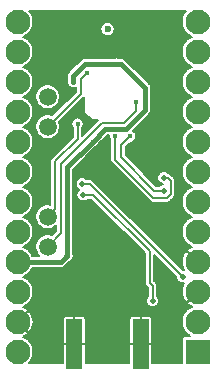
<source format=gbr>
%TF.GenerationSoftware,KiCad,Pcbnew,5.1.7+dfsg1-1~bpo10+1*%
%TF.CreationDate,Date%
%TF.ProjectId,ProMicro_POS,50726f4d-6963-4726-9f5f-504f532e6b69,v3.3*%
%TF.SameCoordinates,Original*%
%TF.FileFunction,Copper,L4,Bot*%
%TF.FilePolarity,Positive*%
%FSLAX46Y46*%
G04 Gerber Fmt 4.6, Leading zero omitted, Abs format (unit mm)*
G04 Created by KiCad*
%MOMM*%
%LPD*%
G01*
G04 APERTURE LIST*
%TA.AperFunction,ComponentPad*%
%ADD10R,2.100000X2.100000*%
%TD*%
%TA.AperFunction,ComponentPad*%
%ADD11C,2.100000*%
%TD*%
%TA.AperFunction,ComponentPad*%
%ADD12C,0.600000*%
%TD*%
%TA.AperFunction,SMDPad,CuDef*%
%ADD13C,1.500000*%
%TD*%
%TA.AperFunction,ComponentPad*%
%ADD14C,1.500000*%
%TD*%
%TA.AperFunction,SMDPad,CuDef*%
%ADD15R,1.350000X4.200000*%
%TD*%
%TA.AperFunction,ViaPad*%
%ADD16C,0.500000*%
%TD*%
%TA.AperFunction,ViaPad*%
%ADD17C,0.450000*%
%TD*%
%TA.AperFunction,Conductor*%
%ADD18C,0.400000*%
%TD*%
%TA.AperFunction,Conductor*%
%ADD19C,0.200000*%
%TD*%
%TA.AperFunction,Conductor*%
%ADD20C,0.100000*%
%TD*%
%ADD21C,0.200000*%
%ADD22C,0.350000*%
G04 APERTURE END LIST*
D10*
%TO.P,A1,1*%
%TO.N,RXD*%
X0Y0D03*
D11*
%TO.P,A1,2*%
%TO.N,TXD*%
X0Y2540000D03*
%TO.P,A1,3*%
%TO.N,GND*%
X0Y5080000D03*
%TO.P,A1,13*%
%TO.N,Net-(A1-Pad13)*%
X-15240000Y27940000D03*
%TO.P,A1,4*%
%TO.N,GND*%
X0Y7620000D03*
%TO.P,A1,14*%
%TO.N,Net-(A1-Pad14)*%
X-15240000Y25400000D03*
%TO.P,A1,5*%
%TO.N,SDA*%
X0Y10160000D03*
%TO.P,A1,15*%
%TO.N,Net-(A1-Pad15)*%
X-15240000Y22860000D03*
%TO.P,A1,6*%
%TO.N,SCL*%
X0Y12700000D03*
%TO.P,A1,16*%
%TO.N,Net-(A1-Pad16)*%
X-15240000Y20320000D03*
%TO.P,A1,7*%
%TO.N,Net-(A1-Pad7)*%
X0Y15240000D03*
%TO.P,A1,17*%
%TO.N,Net-(A1-Pad17)*%
X-15240000Y17780000D03*
%TO.P,A1,8*%
%TO.N,PWM*%
X0Y17780000D03*
%TO.P,A1,18*%
%TO.N,Net-(A1-Pad18)*%
X-15240000Y15240000D03*
%TO.P,A1,9*%
%TO.N,Net-(A1-Pad9)*%
X0Y20320000D03*
%TO.P,A1,19*%
%TO.N,Net-(A1-Pad19)*%
X-15240000Y12700000D03*
%TO.P,A1,10*%
%TO.N,INT*%
X0Y22860000D03*
%TO.P,A1,20*%
%TO.N,Net-(A1-Pad20)*%
X-15240000Y10160000D03*
%TO.P,A1,11*%
%TO.N,Net-(A1-Pad11)*%
X0Y25400000D03*
%TO.P,A1,21*%
%TO.N,+3V3*%
X-15240000Y7620000D03*
%TO.P,A1,12*%
%TO.N,Net-(A1-Pad12)*%
X0Y27940000D03*
%TO.P,A1,22*%
%TO.N,~RST*%
X-15240000Y5080000D03*
%TO.P,A1,23*%
%TO.N,GND*%
X-15240000Y2540000D03*
%TO.P,A1,24*%
%TO.N,+5V*%
X-15240000Y0D03*
%TD*%
D12*
%TO.P,H2,*%
%TO.N,*%
X-7620000Y27305000D03*
%TD*%
D13*
%TO.P,TP2,1*%
%TO.N,Net-(TP2-Pad1)*%
X-12700000Y8890000D03*
%TD*%
%TO.P,TP1,1*%
%TO.N,Net-(TP1-Pad1)*%
X-12700000Y11430000D03*
%TD*%
%TO.P,TP3,1*%
%TO.N,Net-(TP3-Pad1)*%
X-12700000Y19050000D03*
%TD*%
D14*
%TO.P,TP4,1*%
%TO.N,Net-(TP4-Pad1)*%
X-12700000Y21590000D03*
%TD*%
D15*
%TO.P,J2,2*%
%TO.N,GND*%
X-4795000Y635000D03*
X-10445000Y635000D03*
%TD*%
D16*
%TO.N,GND*%
X-8382000Y2921000D03*
X-6858000Y2921000D03*
X-6350000Y2032000D03*
X-8890000Y2032000D03*
X-4318000Y10414000D03*
X-8255000Y6350000D03*
X-10033000Y6096000D03*
X-12192000Y4064000D03*
X-8128000Y11176000D03*
X-6985000Y10160000D03*
X-1143000Y16510000D03*
X-5461000Y11557000D03*
X-6604000Y12700000D03*
X-5715000Y8890000D03*
X-9525000Y7620000D03*
X-7620000Y6985000D03*
X-6985000Y7620000D03*
X-6350000Y8255000D03*
X-7620000Y9525000D03*
X-8255000Y8890000D03*
X-8890000Y8255000D03*
X-5715000Y6350000D03*
X-5080000Y6985000D03*
X-4445000Y12573000D03*
X-3429000Y2159000D03*
X-11811000Y2159000D03*
X-4318000Y15367000D03*
X-7747000Y13843000D03*
X-12192000Y5969000D03*
X-3429000Y6096000D03*
D17*
X-9461500Y19748500D03*
X-10287000Y15240000D03*
X-10287000Y10795000D03*
X-8890000Y16383000D03*
X-6604000Y14859000D03*
X-5715000Y13970000D03*
X-5461000Y16383000D03*
X-4826000Y18796000D03*
X-8890000Y25146000D03*
X-7747000Y25146000D03*
X-3810000Y22860000D03*
X-11049000Y19685000D03*
X-13970000Y24130000D03*
X-13970000Y26670000D03*
X-1270000Y26670000D03*
X-1270000Y19050000D03*
X-11049000Y22098000D03*
D16*
X-11684000Y17653000D03*
%TO.N,+3V3*%
X-11051006Y8130000D03*
D17*
X-6858000Y24384000D03*
X-8890000Y17780000D03*
X-4445000Y20955000D03*
X-10541000Y22860000D03*
%TO.N,Net-(TP1-Pad1)*%
X-10160000Y19304000D03*
%TO.N,Net-(TP2-Pad1)*%
X-5241283Y21116338D03*
%TO.N,Net-(TP3-Pad1)*%
X-9398000Y23622000D03*
D16*
%TO.N,Net-(JP2-Pad1)*%
X-9715500Y13271500D03*
X-3810000Y4318000D03*
%TO.N,Net-(JP3-Pad1)*%
X-1270000Y6350000D03*
X-9779000Y14224000D03*
%TO.N,SDA*%
X-2870000Y13630000D03*
D17*
X-5715000Y18224500D03*
%TO.N,SCL*%
X-6985000Y18234490D03*
D16*
X-2870000Y14730000D03*
%TD*%
D18*
%TO.N,+3V3*%
X-15240000Y7620000D02*
X-11561006Y7620000D01*
X-11561006Y7620000D02*
X-11301005Y7880001D01*
X-11301005Y7880001D02*
X-11051006Y8130000D01*
X-11049000Y15621000D02*
X-8890000Y17780000D01*
X-11049000Y15240000D02*
X-11049000Y15621000D01*
X-11051006Y15237994D02*
X-11049000Y15240000D01*
X-11051006Y8130000D02*
X-11051006Y15237994D01*
X-6032500Y18859500D02*
X-4445000Y20447000D01*
X-7810500Y18859500D02*
X-6032500Y18859500D01*
X-8890000Y17780000D02*
X-7810500Y18859500D01*
X-4445000Y20447000D02*
X-4445000Y20955000D01*
X-9525000Y24384000D02*
X-10541000Y23368000D01*
X-6858000Y24384000D02*
X-9525000Y24384000D01*
X-10541000Y23178198D02*
X-10541000Y22860000D01*
X-10541000Y23368000D02*
X-10541000Y23178198D01*
X-6477000Y24384000D02*
X-6858000Y24384000D01*
X-4445000Y22352000D02*
X-6477000Y24384000D01*
X-4445000Y20955000D02*
X-4445000Y22352000D01*
D19*
%TO.N,Net-(TP1-Pad1)*%
X-10160000Y18034000D02*
X-10160000Y19304000D01*
X-12065000Y16129000D02*
X-10160000Y18034000D01*
X-12065000Y12065000D02*
X-12065000Y16129000D01*
X-12700000Y11430000D02*
X-12065000Y12065000D01*
%TO.N,Net-(TP2-Pad1)*%
X-11557000Y10033000D02*
X-12700000Y8890000D01*
X-11557000Y15875000D02*
X-11557000Y10033000D01*
X-8047010Y19384990D02*
X-11557000Y15875000D01*
X-6214132Y19384990D02*
X-8047010Y19384990D01*
X-5241283Y20357839D02*
X-6214132Y19384990D01*
X-5241283Y21116338D02*
X-5241283Y20357839D01*
%TO.N,Net-(TP3-Pad1)*%
X-9398000Y23622000D02*
X-9906000Y23114000D01*
X-9906000Y23114000D02*
X-9906000Y21844000D01*
X-9906000Y21844000D02*
X-12700000Y19050000D01*
%TO.N,Net-(JP2-Pad1)*%
X-3810000Y5588000D02*
X-3810000Y4318000D01*
X-4059999Y5837999D02*
X-3810000Y5588000D01*
X-4059999Y8504999D02*
X-4059999Y5837999D01*
X-8826500Y13271500D02*
X-4059999Y8504999D01*
X-9715500Y13271500D02*
X-8826500Y13271500D01*
%TO.N,Net-(JP3-Pad1)*%
X-9144000Y14224000D02*
X-9779000Y14224000D01*
X-1270000Y6350000D02*
X-9144000Y14224000D01*
%TO.N,SDA*%
X-6477000Y17472490D02*
X-5715000Y18234490D01*
X-6477000Y16457998D02*
X-6477000Y17472490D01*
X-3649002Y13630000D02*
X-6477000Y16457998D01*
X-2870000Y13630000D02*
X-3649002Y13630000D01*
%TO.N,SCL*%
X-6985000Y16256000D02*
X-6985000Y17916292D01*
X-6985000Y17916292D02*
X-6985000Y18234490D01*
X-2603500Y13017500D02*
X-3746500Y13017500D01*
X-2286000Y13335000D02*
X-2603500Y13017500D01*
X-2286000Y14478000D02*
X-2286000Y13335000D01*
X-3746500Y13017500D02*
X-6985000Y16256000D01*
X-2538000Y14730000D02*
X-2286000Y14478000D01*
X-2870000Y14730000D02*
X-2538000Y14730000D01*
%TD*%
%TO.N,GND*%
X-1048613Y28800575D02*
X-1196354Y28579465D01*
X-1298120Y28333780D01*
X-1350000Y28072963D01*
X-1350000Y27807037D01*
X-1298120Y27546220D01*
X-1196354Y27300535D01*
X-1048613Y27079425D01*
X-860575Y26891387D01*
X-639465Y26743646D01*
X-461668Y26670000D01*
X-639465Y26596354D01*
X-860575Y26448613D01*
X-1048613Y26260575D01*
X-1196354Y26039465D01*
X-1298120Y25793780D01*
X-1350000Y25532963D01*
X-1350000Y25267037D01*
X-1298120Y25006220D01*
X-1196354Y24760535D01*
X-1048613Y24539425D01*
X-860575Y24351387D01*
X-639465Y24203646D01*
X-461668Y24130000D01*
X-639465Y24056354D01*
X-860575Y23908613D01*
X-1048613Y23720575D01*
X-1196354Y23499465D01*
X-1298120Y23253780D01*
X-1350000Y22992963D01*
X-1350000Y22727037D01*
X-1298120Y22466220D01*
X-1196354Y22220535D01*
X-1048613Y21999425D01*
X-860575Y21811387D01*
X-639465Y21663646D01*
X-461668Y21590000D01*
X-639465Y21516354D01*
X-860575Y21368613D01*
X-1048613Y21180575D01*
X-1196354Y20959465D01*
X-1298120Y20713780D01*
X-1350000Y20452963D01*
X-1350000Y20187037D01*
X-1298120Y19926220D01*
X-1196354Y19680535D01*
X-1048613Y19459425D01*
X-860575Y19271387D01*
X-639465Y19123646D01*
X-461668Y19050000D01*
X-639465Y18976354D01*
X-860575Y18828613D01*
X-1048613Y18640575D01*
X-1196354Y18419465D01*
X-1298120Y18173780D01*
X-1350000Y17912963D01*
X-1350000Y17647037D01*
X-1298120Y17386220D01*
X-1196354Y17140535D01*
X-1048613Y16919425D01*
X-860575Y16731387D01*
X-639465Y16583646D01*
X-461668Y16510000D01*
X-639465Y16436354D01*
X-860575Y16288613D01*
X-1048613Y16100575D01*
X-1196354Y15879465D01*
X-1298120Y15633780D01*
X-1350000Y15372963D01*
X-1350000Y15107037D01*
X-1298120Y14846220D01*
X-1196354Y14600535D01*
X-1048613Y14379425D01*
X-860575Y14191387D01*
X-639465Y14043646D01*
X-461668Y13970000D01*
X-639465Y13896354D01*
X-860575Y13748613D01*
X-1048613Y13560575D01*
X-1196354Y13339465D01*
X-1298120Y13093780D01*
X-1350000Y12832963D01*
X-1350000Y12567037D01*
X-1298120Y12306220D01*
X-1196354Y12060535D01*
X-1048613Y11839425D01*
X-860575Y11651387D01*
X-639465Y11503646D01*
X-461668Y11430000D01*
X-639465Y11356354D01*
X-860575Y11208613D01*
X-1048613Y11020575D01*
X-1196354Y10799465D01*
X-1298120Y10553780D01*
X-1350000Y10292963D01*
X-1350000Y10027037D01*
X-1298120Y9766220D01*
X-1196354Y9520535D01*
X-1048613Y9299425D01*
X-860575Y9111387D01*
X-639465Y8963646D01*
X-465386Y8891540D01*
X-492894Y8883818D01*
X-729982Y8763376D01*
X-776989Y8731966D01*
X-888330Y8543685D01*
X0Y7655355D01*
X14143Y7669497D01*
X49498Y7634142D01*
X35355Y7620000D01*
X49498Y7605857D01*
X14143Y7570502D01*
X0Y7584645D01*
X-14142Y7570502D01*
X-49497Y7605857D01*
X-35355Y7620000D01*
X-923685Y8508330D01*
X-1111966Y8396989D01*
X-1242183Y8165126D01*
X-1324663Y7912313D01*
X-1356238Y7648267D01*
X-1335693Y7383135D01*
X-1263818Y7127106D01*
X-1143376Y6890018D01*
X-1139962Y6884909D01*
X-1215830Y6900000D01*
X-1254315Y6900000D01*
X-8847263Y14492948D01*
X-8859789Y14508211D01*
X-8920697Y14558197D01*
X-8990186Y14595340D01*
X-9065586Y14618212D01*
X-9124353Y14624000D01*
X-9124354Y14624000D01*
X-9144000Y14625935D01*
X-9163646Y14624000D01*
X-9401183Y14624000D01*
X-9428396Y14651213D01*
X-9518477Y14711403D01*
X-9618571Y14752864D01*
X-9724830Y14774000D01*
X-9833170Y14774000D01*
X-9939429Y14752864D01*
X-10039523Y14711403D01*
X-10129604Y14651213D01*
X-10206213Y14574604D01*
X-10266403Y14484523D01*
X-10307864Y14384429D01*
X-10329000Y14278170D01*
X-10329000Y14169830D01*
X-10307864Y14063571D01*
X-10266403Y13963477D01*
X-10206213Y13873396D01*
X-10129604Y13796787D01*
X-10039523Y13736597D01*
X-10020932Y13728896D01*
X-10066104Y13698713D01*
X-10142713Y13622104D01*
X-10202903Y13532023D01*
X-10244364Y13431929D01*
X-10265500Y13325670D01*
X-10265500Y13217330D01*
X-10244364Y13111071D01*
X-10202903Y13010977D01*
X-10142713Y12920896D01*
X-10066104Y12844287D01*
X-9976023Y12784097D01*
X-9875929Y12742636D01*
X-9769670Y12721500D01*
X-9661330Y12721500D01*
X-9555071Y12742636D01*
X-9454977Y12784097D01*
X-9364896Y12844287D01*
X-9337683Y12871500D01*
X-8992185Y12871500D01*
X-4459999Y8339314D01*
X-4459998Y5857655D01*
X-4461934Y5837999D01*
X-4454211Y5759586D01*
X-4431338Y5684185D01*
X-4394196Y5614697D01*
X-4356734Y5569049D01*
X-4356731Y5569046D01*
X-4344209Y5553788D01*
X-4328951Y5541266D01*
X-4210000Y5422315D01*
X-4209999Y4695818D01*
X-4237213Y4668604D01*
X-4297403Y4578523D01*
X-4338864Y4478429D01*
X-4360000Y4372170D01*
X-4360000Y4263830D01*
X-4338864Y4157571D01*
X-4297403Y4057477D01*
X-4237213Y3967396D01*
X-4160604Y3890787D01*
X-4070523Y3830597D01*
X-3970429Y3789136D01*
X-3864170Y3768000D01*
X-3755830Y3768000D01*
X-3649571Y3789136D01*
X-3549477Y3830597D01*
X-3459396Y3890787D01*
X-3382787Y3967396D01*
X-3322597Y4057477D01*
X-3281136Y4157571D01*
X-3260000Y4263830D01*
X-3260000Y4372170D01*
X-3281136Y4478429D01*
X-3322597Y4578523D01*
X-3382787Y4668604D01*
X-3410000Y4695817D01*
X-3410000Y5568354D01*
X-3408065Y5588000D01*
X-3415788Y5666414D01*
X-3438660Y5741813D01*
X-3438660Y5741814D01*
X-3475803Y5811303D01*
X-3525789Y5872211D01*
X-3541051Y5884736D01*
X-3659999Y6003684D01*
X-3659999Y8174314D01*
X-1820000Y6334315D01*
X-1820000Y6295830D01*
X-1798864Y6189571D01*
X-1757403Y6089477D01*
X-1697213Y5999396D01*
X-1620604Y5922787D01*
X-1530523Y5862597D01*
X-1430429Y5821136D01*
X-1324170Y5800000D01*
X-1215830Y5800000D01*
X-1134935Y5816091D01*
X-1242183Y5625126D01*
X-1324663Y5372313D01*
X-1356238Y5108267D01*
X-1335693Y4843135D01*
X-1263818Y4587106D01*
X-1143376Y4350018D01*
X-1111966Y4303011D01*
X-923685Y4191670D01*
X-35355Y5080000D01*
X-49497Y5094142D01*
X-14142Y5129497D01*
X0Y5115355D01*
X14143Y5129497D01*
X49498Y5094142D01*
X35355Y5080000D01*
X49498Y5065857D01*
X14143Y5030502D01*
X0Y5044645D01*
X-888330Y4156315D01*
X-776989Y3968034D01*
X-545126Y3837817D01*
X-460873Y3810329D01*
X-639465Y3736354D01*
X-860575Y3588613D01*
X-1048613Y3400575D01*
X-1196354Y3179465D01*
X-1298120Y2933780D01*
X-1350000Y2672963D01*
X-1350000Y2407037D01*
X-1298120Y2146220D01*
X-1196354Y1900535D01*
X-1048613Y1679425D01*
X-860575Y1491387D01*
X-651146Y1351451D01*
X-1050000Y1351451D01*
X-1108810Y1345659D01*
X-1165360Y1328504D01*
X-1217477Y1300647D01*
X-1263158Y1263158D01*
X-1300647Y1217477D01*
X-1328504Y1165360D01*
X-1345659Y1108810D01*
X-1351451Y1050000D01*
X-1351451Y-920000D01*
X-3818944Y-920000D01*
X-3820000Y535000D01*
X-3895000Y610000D01*
X-4770000Y610000D01*
X-4770000Y590000D01*
X-4820000Y590000D01*
X-4820000Y610000D01*
X-5695000Y610000D01*
X-5770000Y535000D01*
X-5771056Y-920000D01*
X-9468944Y-920000D01*
X-9470000Y535000D01*
X-9545000Y610000D01*
X-10420000Y610000D01*
X-10420000Y590000D01*
X-10470000Y590000D01*
X-10470000Y610000D01*
X-11345000Y610000D01*
X-11420000Y535000D01*
X-11421056Y-920000D01*
X-14250812Y-920000D01*
X-14191387Y-860575D01*
X-14043646Y-639465D01*
X-13941880Y-393780D01*
X-13890000Y-132963D01*
X-13890000Y132963D01*
X-13941880Y393780D01*
X-14043646Y639465D01*
X-14191387Y860575D01*
X-14379425Y1048613D01*
X-14600535Y1196354D01*
X-14774614Y1268460D01*
X-14747106Y1276182D01*
X-14510018Y1396624D01*
X-14463011Y1428034D01*
X-14351670Y1616315D01*
X-15240000Y2504645D01*
X-15254142Y2490502D01*
X-15289497Y2525857D01*
X-15275355Y2540000D01*
X-15204645Y2540000D01*
X-14316315Y1651670D01*
X-14128034Y1763011D01*
X-13997817Y1994874D01*
X-13915337Y2247687D01*
X-13883762Y2511733D01*
X-13901062Y2735000D01*
X-11421452Y2735000D01*
X-11420000Y735000D01*
X-11345000Y660000D01*
X-10470000Y660000D01*
X-10470000Y2960000D01*
X-10420000Y2960000D01*
X-10420000Y660000D01*
X-9545000Y660000D01*
X-9470000Y735000D01*
X-9468548Y2735000D01*
X-5771452Y2735000D01*
X-5770000Y735000D01*
X-5695000Y660000D01*
X-4820000Y660000D01*
X-4820000Y2960000D01*
X-4770000Y2960000D01*
X-4770000Y660000D01*
X-3895000Y660000D01*
X-3820000Y735000D01*
X-3818548Y2735000D01*
X-3824340Y2793810D01*
X-3841495Y2850361D01*
X-3869352Y2902478D01*
X-3906841Y2948159D01*
X-3952522Y2985648D01*
X-4004639Y3013505D01*
X-4061190Y3030660D01*
X-4120000Y3036452D01*
X-4695000Y3035000D01*
X-4770000Y2960000D01*
X-4820000Y2960000D01*
X-4895000Y3035000D01*
X-5470000Y3036452D01*
X-5528810Y3030660D01*
X-5585361Y3013505D01*
X-5637478Y2985648D01*
X-5683159Y2948159D01*
X-5720648Y2902478D01*
X-5748505Y2850361D01*
X-5765660Y2793810D01*
X-5771452Y2735000D01*
X-9468548Y2735000D01*
X-9474340Y2793810D01*
X-9491495Y2850361D01*
X-9519352Y2902478D01*
X-9556841Y2948159D01*
X-9602522Y2985648D01*
X-9654639Y3013505D01*
X-9711190Y3030660D01*
X-9770000Y3036452D01*
X-10345000Y3035000D01*
X-10420000Y2960000D01*
X-10470000Y2960000D01*
X-10545000Y3035000D01*
X-11120000Y3036452D01*
X-11178810Y3030660D01*
X-11235361Y3013505D01*
X-11287478Y2985648D01*
X-11333159Y2948159D01*
X-11370648Y2902478D01*
X-11398505Y2850361D01*
X-11415660Y2793810D01*
X-11421452Y2735000D01*
X-13901062Y2735000D01*
X-13904307Y2776865D01*
X-13976182Y3032894D01*
X-14096624Y3269982D01*
X-14128034Y3316989D01*
X-14316315Y3428330D01*
X-15204645Y2540000D01*
X-15275355Y2540000D01*
X-15289497Y2554142D01*
X-15254142Y2589497D01*
X-15240000Y2575355D01*
X-14351670Y3463685D01*
X-14463011Y3651966D01*
X-14694874Y3782183D01*
X-14779127Y3809671D01*
X-14600535Y3883646D01*
X-14379425Y4031387D01*
X-14191387Y4219425D01*
X-14043646Y4440535D01*
X-13941880Y4686220D01*
X-13890000Y4947037D01*
X-13890000Y5212963D01*
X-13941880Y5473780D01*
X-14043646Y5719465D01*
X-14191387Y5940575D01*
X-14379425Y6128613D01*
X-14600535Y6276354D01*
X-14778332Y6350000D01*
X-14600535Y6423646D01*
X-14379425Y6571387D01*
X-14191387Y6759425D01*
X-14043646Y6980535D01*
X-13985878Y7120000D01*
X-11585566Y7120000D01*
X-11561006Y7117581D01*
X-11536446Y7120000D01*
X-11462989Y7127235D01*
X-11368739Y7155825D01*
X-11281877Y7202254D01*
X-11205742Y7264736D01*
X-11190077Y7283824D01*
X-10860170Y7613731D01*
X-10790483Y7642597D01*
X-10700402Y7702787D01*
X-10623793Y7779396D01*
X-10563603Y7869477D01*
X-10522142Y7969571D01*
X-10501006Y8075830D01*
X-10501006Y8184170D01*
X-10522142Y8290429D01*
X-10551006Y8360112D01*
X-10551006Y15195073D01*
X-10549000Y15215440D01*
X-10549000Y15215441D01*
X-10546581Y15240000D01*
X-10549000Y15264560D01*
X-10549000Y15413895D01*
X-8652968Y17309926D01*
X-8641319Y17314751D01*
X-8555332Y17372206D01*
X-8482206Y17445332D01*
X-8424751Y17531319D01*
X-8419925Y17542969D01*
X-7603393Y18359500D01*
X-7495419Y18359500D01*
X-7510000Y18286198D01*
X-7510000Y18182782D01*
X-7489824Y18081353D01*
X-7450249Y17985809D01*
X-7392794Y17899822D01*
X-7384999Y17892027D01*
X-7385000Y16275647D01*
X-7386935Y16256000D01*
X-7385000Y16236354D01*
X-7379212Y16177587D01*
X-7356340Y16102187D01*
X-7319197Y16032698D01*
X-7269211Y15971789D01*
X-7253948Y15959263D01*
X-4043237Y12748552D01*
X-4030711Y12733289D01*
X-4015450Y12720765D01*
X-3969803Y12683303D01*
X-3900314Y12646160D01*
X-3824914Y12623288D01*
X-3746500Y12615565D01*
X-3726853Y12617500D01*
X-2623146Y12617500D01*
X-2603500Y12615565D01*
X-2583854Y12617500D01*
X-2583853Y12617500D01*
X-2525086Y12623288D01*
X-2449686Y12646160D01*
X-2380197Y12683303D01*
X-2319289Y12733289D01*
X-2306763Y12748552D01*
X-2017047Y13038267D01*
X-2001789Y13050789D01*
X-1964756Y13095913D01*
X-1951803Y13111697D01*
X-1914660Y13181186D01*
X-1891788Y13256586D01*
X-1888847Y13286450D01*
X-1886000Y13315353D01*
X-1884065Y13335000D01*
X-1886000Y13354647D01*
X-1886000Y14458353D01*
X-1884065Y14478000D01*
X-1891788Y14556414D01*
X-1914660Y14631814D01*
X-1951803Y14701303D01*
X-1975354Y14730000D01*
X-2001789Y14762211D01*
X-2017051Y14774736D01*
X-2241263Y14998948D01*
X-2253789Y15014211D01*
X-2314697Y15064197D01*
X-2384186Y15101340D01*
X-2459586Y15124212D01*
X-2489324Y15127141D01*
X-2519396Y15157213D01*
X-2609477Y15217403D01*
X-2709571Y15258864D01*
X-2815830Y15280000D01*
X-2924170Y15280000D01*
X-3030429Y15258864D01*
X-3130523Y15217403D01*
X-3220604Y15157213D01*
X-3297213Y15080604D01*
X-3357403Y14990523D01*
X-3398864Y14890429D01*
X-3420000Y14784170D01*
X-3420000Y14675830D01*
X-3398864Y14569571D01*
X-3357403Y14469477D01*
X-3297213Y14379396D01*
X-3220604Y14302787D01*
X-3130523Y14242597D01*
X-3030429Y14201136D01*
X-2924170Y14180000D01*
X-3030429Y14158864D01*
X-3130523Y14117403D01*
X-3220604Y14057213D01*
X-3247817Y14030000D01*
X-3483316Y14030000D01*
X-6077000Y16623683D01*
X-6077000Y17306805D01*
X-5684305Y17699500D01*
X-5663292Y17699500D01*
X-5561863Y17719676D01*
X-5466319Y17759251D01*
X-5380332Y17816706D01*
X-5307206Y17889832D01*
X-5249751Y17975819D01*
X-5210176Y18071363D01*
X-5190000Y18172792D01*
X-5190000Y18276208D01*
X-5210176Y18377637D01*
X-5249751Y18473181D01*
X-5307206Y18559168D01*
X-5380332Y18632294D01*
X-5466319Y18689749D01*
X-5486703Y18698192D01*
X-4108819Y20076075D01*
X-4089736Y20091736D01*
X-4027254Y20167871D01*
X-3980825Y20254733D01*
X-3952235Y20348983D01*
X-3945000Y20422440D01*
X-3945000Y20422441D01*
X-3942581Y20446999D01*
X-3945000Y20471559D01*
X-3945000Y20790217D01*
X-3940176Y20801863D01*
X-3920000Y20903292D01*
X-3920000Y21006708D01*
X-3940176Y21108137D01*
X-3945000Y21119783D01*
X-3945000Y22327440D01*
X-3942581Y22352000D01*
X-3952235Y22450017D01*
X-3973615Y22520498D01*
X-3980825Y22544267D01*
X-4027254Y22631129D01*
X-4089736Y22707264D01*
X-4108819Y22722925D01*
X-6106071Y24720176D01*
X-6121736Y24739264D01*
X-6197871Y24801746D01*
X-6284733Y24848175D01*
X-6378983Y24876765D01*
X-6452440Y24884000D01*
X-6477000Y24886419D01*
X-6501560Y24884000D01*
X-6693217Y24884000D01*
X-6704863Y24888824D01*
X-6806292Y24909000D01*
X-6909708Y24909000D01*
X-7011137Y24888824D01*
X-7022783Y24884000D01*
X-9500440Y24884000D01*
X-9525000Y24886419D01*
X-9623018Y24876765D01*
X-9651608Y24868092D01*
X-9717267Y24848175D01*
X-9804129Y24801746D01*
X-9880264Y24739264D01*
X-9895925Y24720181D01*
X-10877176Y23738929D01*
X-10896264Y23723264D01*
X-10958746Y23647129D01*
X-11005175Y23560266D01*
X-11025092Y23494607D01*
X-11033765Y23466017D01*
X-11043419Y23368000D01*
X-11041000Y23343440D01*
X-11041000Y23024783D01*
X-11045824Y23013137D01*
X-11066000Y22911708D01*
X-11066000Y22808292D01*
X-11045824Y22706863D01*
X-11006249Y22611319D01*
X-10948794Y22525332D01*
X-10875668Y22452206D01*
X-10789681Y22394751D01*
X-10694137Y22355176D01*
X-10592708Y22335000D01*
X-10489292Y22335000D01*
X-10387863Y22355176D01*
X-10305999Y22389084D01*
X-10305999Y22009686D01*
X-12296364Y20019321D01*
X-12393726Y20059650D01*
X-12596584Y20100000D01*
X-12803416Y20100000D01*
X-13006274Y20059650D01*
X-13197362Y19980498D01*
X-13369336Y19865589D01*
X-13515589Y19719336D01*
X-13630498Y19547362D01*
X-13709650Y19356274D01*
X-13750000Y19153416D01*
X-13750000Y18946584D01*
X-13709650Y18743726D01*
X-13630498Y18552638D01*
X-13515589Y18380664D01*
X-13369336Y18234411D01*
X-13197362Y18119502D01*
X-13006274Y18040350D01*
X-12803416Y18000000D01*
X-12596584Y18000000D01*
X-12393726Y18040350D01*
X-12202638Y18119502D01*
X-12030664Y18234411D01*
X-11884411Y18380664D01*
X-11769502Y18552638D01*
X-11690350Y18743726D01*
X-11650000Y18946584D01*
X-11650000Y19153416D01*
X-11690350Y19356274D01*
X-11730679Y19453636D01*
X-9637052Y21547263D01*
X-9625000Y21557154D01*
X-9625000Y20320000D01*
X-9623079Y20300491D01*
X-9617388Y20281732D01*
X-9608147Y20264443D01*
X-9595711Y20249289D01*
X-8960711Y19614289D01*
X-8945557Y19601853D01*
X-8928268Y19592612D01*
X-8909509Y19586921D01*
X-8890000Y19585000D01*
X-8412685Y19585000D01*
X-9760000Y18237685D01*
X-9760000Y18961538D01*
X-9752206Y18969332D01*
X-9694751Y19055319D01*
X-9655176Y19150863D01*
X-9635000Y19252292D01*
X-9635000Y19355708D01*
X-9655176Y19457137D01*
X-9694751Y19552681D01*
X-9752206Y19638668D01*
X-9825332Y19711794D01*
X-9911319Y19769249D01*
X-10006863Y19808824D01*
X-10108292Y19829000D01*
X-10211708Y19829000D01*
X-10313137Y19808824D01*
X-10408681Y19769249D01*
X-10494668Y19711794D01*
X-10567794Y19638668D01*
X-10625249Y19552681D01*
X-10664824Y19457137D01*
X-10685000Y19355708D01*
X-10685000Y19252292D01*
X-10664824Y19150863D01*
X-10625249Y19055319D01*
X-10567794Y18969332D01*
X-10559999Y18961537D01*
X-10560000Y18199686D01*
X-12333952Y16425733D01*
X-12349210Y16413211D01*
X-12361732Y16397953D01*
X-12361735Y16397950D01*
X-12399197Y16352302D01*
X-12436339Y16282814D01*
X-12459212Y16207413D01*
X-12466935Y16129000D01*
X-12464999Y16109344D01*
X-12465000Y12453827D01*
X-12596584Y12480000D01*
X-12803416Y12480000D01*
X-13006274Y12439650D01*
X-13197362Y12360498D01*
X-13369336Y12245589D01*
X-13515589Y12099336D01*
X-13630498Y11927362D01*
X-13709650Y11736274D01*
X-13750000Y11533416D01*
X-13750000Y11326584D01*
X-13709650Y11123726D01*
X-13630498Y10932638D01*
X-13515589Y10760664D01*
X-13369336Y10614411D01*
X-13197362Y10499502D01*
X-13006274Y10420350D01*
X-12803416Y10380000D01*
X-12596584Y10380000D01*
X-12393726Y10420350D01*
X-12202638Y10499502D01*
X-12030664Y10614411D01*
X-11956999Y10688076D01*
X-11956999Y10198687D01*
X-12296364Y9859321D01*
X-12393726Y9899650D01*
X-12596584Y9940000D01*
X-12803416Y9940000D01*
X-13006274Y9899650D01*
X-13197362Y9820498D01*
X-13369336Y9705589D01*
X-13515589Y9559336D01*
X-13630498Y9387362D01*
X-13709650Y9196274D01*
X-13750000Y8993416D01*
X-13750000Y8786584D01*
X-13709650Y8583726D01*
X-13630498Y8392638D01*
X-13515589Y8220664D01*
X-13414925Y8120000D01*
X-13985878Y8120000D01*
X-14043646Y8259465D01*
X-14191387Y8480575D01*
X-14379425Y8668613D01*
X-14600535Y8816354D01*
X-14778332Y8890000D01*
X-14600535Y8963646D01*
X-14379425Y9111387D01*
X-14191387Y9299425D01*
X-14043646Y9520535D01*
X-13941880Y9766220D01*
X-13890000Y10027037D01*
X-13890000Y10292963D01*
X-13941880Y10553780D01*
X-14043646Y10799465D01*
X-14191387Y11020575D01*
X-14379425Y11208613D01*
X-14600535Y11356354D01*
X-14778332Y11430000D01*
X-14600535Y11503646D01*
X-14379425Y11651387D01*
X-14191387Y11839425D01*
X-14043646Y12060535D01*
X-13941880Y12306220D01*
X-13890000Y12567037D01*
X-13890000Y12832963D01*
X-13941880Y13093780D01*
X-14043646Y13339465D01*
X-14191387Y13560575D01*
X-14379425Y13748613D01*
X-14600535Y13896354D01*
X-14778332Y13970000D01*
X-14600535Y14043646D01*
X-14379425Y14191387D01*
X-14191387Y14379425D01*
X-14043646Y14600535D01*
X-13941880Y14846220D01*
X-13890000Y15107037D01*
X-13890000Y15372963D01*
X-13941880Y15633780D01*
X-14043646Y15879465D01*
X-14191387Y16100575D01*
X-14379425Y16288613D01*
X-14600535Y16436354D01*
X-14778332Y16510000D01*
X-14600535Y16583646D01*
X-14379425Y16731387D01*
X-14191387Y16919425D01*
X-14043646Y17140535D01*
X-13941880Y17386220D01*
X-13890000Y17647037D01*
X-13890000Y17912963D01*
X-13941880Y18173780D01*
X-14043646Y18419465D01*
X-14191387Y18640575D01*
X-14379425Y18828613D01*
X-14600535Y18976354D01*
X-14778332Y19050000D01*
X-14600535Y19123646D01*
X-14379425Y19271387D01*
X-14191387Y19459425D01*
X-14043646Y19680535D01*
X-13941880Y19926220D01*
X-13890000Y20187037D01*
X-13890000Y20452963D01*
X-13941880Y20713780D01*
X-14043646Y20959465D01*
X-14191387Y21180575D01*
X-14379425Y21368613D01*
X-14600535Y21516354D01*
X-14778332Y21590000D01*
X-14600535Y21663646D01*
X-14555982Y21693416D01*
X-13750000Y21693416D01*
X-13750000Y21486584D01*
X-13709650Y21283726D01*
X-13630498Y21092638D01*
X-13515589Y20920664D01*
X-13369336Y20774411D01*
X-13197362Y20659502D01*
X-13006274Y20580350D01*
X-12803416Y20540000D01*
X-12596584Y20540000D01*
X-12393726Y20580350D01*
X-12202638Y20659502D01*
X-12030664Y20774411D01*
X-11884411Y20920664D01*
X-11769502Y21092638D01*
X-11690350Y21283726D01*
X-11650000Y21486584D01*
X-11650000Y21693416D01*
X-11690350Y21896274D01*
X-11769502Y22087362D01*
X-11884411Y22259336D01*
X-12030664Y22405589D01*
X-12202638Y22520498D01*
X-12393726Y22599650D01*
X-12596584Y22640000D01*
X-12803416Y22640000D01*
X-13006274Y22599650D01*
X-13197362Y22520498D01*
X-13369336Y22405589D01*
X-13515589Y22259336D01*
X-13630498Y22087362D01*
X-13709650Y21896274D01*
X-13750000Y21693416D01*
X-14555982Y21693416D01*
X-14379425Y21811387D01*
X-14191387Y21999425D01*
X-14043646Y22220535D01*
X-13941880Y22466220D01*
X-13890000Y22727037D01*
X-13890000Y22992963D01*
X-13941880Y23253780D01*
X-14043646Y23499465D01*
X-14191387Y23720575D01*
X-14379425Y23908613D01*
X-14600535Y24056354D01*
X-14778332Y24130000D01*
X-14600535Y24203646D01*
X-14379425Y24351387D01*
X-14191387Y24539425D01*
X-14043646Y24760535D01*
X-13941880Y25006220D01*
X-13890000Y25267037D01*
X-13890000Y25532963D01*
X-13941880Y25793780D01*
X-14043646Y26039465D01*
X-14191387Y26260575D01*
X-14379425Y26448613D01*
X-14600535Y26596354D01*
X-14778332Y26670000D01*
X-14600535Y26743646D01*
X-14379425Y26891387D01*
X-14191387Y27079425D01*
X-14043646Y27300535D01*
X-14017319Y27364095D01*
X-8220000Y27364095D01*
X-8220000Y27245905D01*
X-8196942Y27129986D01*
X-8151713Y27020793D01*
X-8086050Y26922522D01*
X-8002478Y26838950D01*
X-7904207Y26773287D01*
X-7795014Y26728058D01*
X-7679095Y26705000D01*
X-7560905Y26705000D01*
X-7444986Y26728058D01*
X-7335793Y26773287D01*
X-7237522Y26838950D01*
X-7153950Y26922522D01*
X-7088287Y27020793D01*
X-7043058Y27129986D01*
X-7020000Y27245905D01*
X-7020000Y27364095D01*
X-7043058Y27480014D01*
X-7088287Y27589207D01*
X-7153950Y27687478D01*
X-7237522Y27771050D01*
X-7335793Y27836713D01*
X-7444986Y27881942D01*
X-7560905Y27905000D01*
X-7679095Y27905000D01*
X-7795014Y27881942D01*
X-7904207Y27836713D01*
X-8002478Y27771050D01*
X-8086050Y27687478D01*
X-8151713Y27589207D01*
X-8196942Y27480014D01*
X-8220000Y27364095D01*
X-14017319Y27364095D01*
X-13941880Y27546220D01*
X-13890000Y27807037D01*
X-13890000Y28072963D01*
X-13941880Y28333780D01*
X-14043646Y28579465D01*
X-14191387Y28800575D01*
X-14250812Y28860000D01*
X-989188Y28860000D01*
X-1048613Y28800575D01*
%TA.AperFunction,Conductor*%
D20*
G36*
X-1048613Y28800575D02*
G01*
X-1196354Y28579465D01*
X-1298120Y28333780D01*
X-1350000Y28072963D01*
X-1350000Y27807037D01*
X-1298120Y27546220D01*
X-1196354Y27300535D01*
X-1048613Y27079425D01*
X-860575Y26891387D01*
X-639465Y26743646D01*
X-461668Y26670000D01*
X-639465Y26596354D01*
X-860575Y26448613D01*
X-1048613Y26260575D01*
X-1196354Y26039465D01*
X-1298120Y25793780D01*
X-1350000Y25532963D01*
X-1350000Y25267037D01*
X-1298120Y25006220D01*
X-1196354Y24760535D01*
X-1048613Y24539425D01*
X-860575Y24351387D01*
X-639465Y24203646D01*
X-461668Y24130000D01*
X-639465Y24056354D01*
X-860575Y23908613D01*
X-1048613Y23720575D01*
X-1196354Y23499465D01*
X-1298120Y23253780D01*
X-1350000Y22992963D01*
X-1350000Y22727037D01*
X-1298120Y22466220D01*
X-1196354Y22220535D01*
X-1048613Y21999425D01*
X-860575Y21811387D01*
X-639465Y21663646D01*
X-461668Y21590000D01*
X-639465Y21516354D01*
X-860575Y21368613D01*
X-1048613Y21180575D01*
X-1196354Y20959465D01*
X-1298120Y20713780D01*
X-1350000Y20452963D01*
X-1350000Y20187037D01*
X-1298120Y19926220D01*
X-1196354Y19680535D01*
X-1048613Y19459425D01*
X-860575Y19271387D01*
X-639465Y19123646D01*
X-461668Y19050000D01*
X-639465Y18976354D01*
X-860575Y18828613D01*
X-1048613Y18640575D01*
X-1196354Y18419465D01*
X-1298120Y18173780D01*
X-1350000Y17912963D01*
X-1350000Y17647037D01*
X-1298120Y17386220D01*
X-1196354Y17140535D01*
X-1048613Y16919425D01*
X-860575Y16731387D01*
X-639465Y16583646D01*
X-461668Y16510000D01*
X-639465Y16436354D01*
X-860575Y16288613D01*
X-1048613Y16100575D01*
X-1196354Y15879465D01*
X-1298120Y15633780D01*
X-1350000Y15372963D01*
X-1350000Y15107037D01*
X-1298120Y14846220D01*
X-1196354Y14600535D01*
X-1048613Y14379425D01*
X-860575Y14191387D01*
X-639465Y14043646D01*
X-461668Y13970000D01*
X-639465Y13896354D01*
X-860575Y13748613D01*
X-1048613Y13560575D01*
X-1196354Y13339465D01*
X-1298120Y13093780D01*
X-1350000Y12832963D01*
X-1350000Y12567037D01*
X-1298120Y12306220D01*
X-1196354Y12060535D01*
X-1048613Y11839425D01*
X-860575Y11651387D01*
X-639465Y11503646D01*
X-461668Y11430000D01*
X-639465Y11356354D01*
X-860575Y11208613D01*
X-1048613Y11020575D01*
X-1196354Y10799465D01*
X-1298120Y10553780D01*
X-1350000Y10292963D01*
X-1350000Y10027037D01*
X-1298120Y9766220D01*
X-1196354Y9520535D01*
X-1048613Y9299425D01*
X-860575Y9111387D01*
X-639465Y8963646D01*
X-465386Y8891540D01*
X-492894Y8883818D01*
X-729982Y8763376D01*
X-776989Y8731966D01*
X-888330Y8543685D01*
X0Y7655355D01*
X14143Y7669497D01*
X49498Y7634142D01*
X35355Y7620000D01*
X49498Y7605857D01*
X14143Y7570502D01*
X0Y7584645D01*
X-14142Y7570502D01*
X-49497Y7605857D01*
X-35355Y7620000D01*
X-923685Y8508330D01*
X-1111966Y8396989D01*
X-1242183Y8165126D01*
X-1324663Y7912313D01*
X-1356238Y7648267D01*
X-1335693Y7383135D01*
X-1263818Y7127106D01*
X-1143376Y6890018D01*
X-1139962Y6884909D01*
X-1215830Y6900000D01*
X-1254315Y6900000D01*
X-8847263Y14492948D01*
X-8859789Y14508211D01*
X-8920697Y14558197D01*
X-8990186Y14595340D01*
X-9065586Y14618212D01*
X-9124353Y14624000D01*
X-9124354Y14624000D01*
X-9144000Y14625935D01*
X-9163646Y14624000D01*
X-9401183Y14624000D01*
X-9428396Y14651213D01*
X-9518477Y14711403D01*
X-9618571Y14752864D01*
X-9724830Y14774000D01*
X-9833170Y14774000D01*
X-9939429Y14752864D01*
X-10039523Y14711403D01*
X-10129604Y14651213D01*
X-10206213Y14574604D01*
X-10266403Y14484523D01*
X-10307864Y14384429D01*
X-10329000Y14278170D01*
X-10329000Y14169830D01*
X-10307864Y14063571D01*
X-10266403Y13963477D01*
X-10206213Y13873396D01*
X-10129604Y13796787D01*
X-10039523Y13736597D01*
X-10020932Y13728896D01*
X-10066104Y13698713D01*
X-10142713Y13622104D01*
X-10202903Y13532023D01*
X-10244364Y13431929D01*
X-10265500Y13325670D01*
X-10265500Y13217330D01*
X-10244364Y13111071D01*
X-10202903Y13010977D01*
X-10142713Y12920896D01*
X-10066104Y12844287D01*
X-9976023Y12784097D01*
X-9875929Y12742636D01*
X-9769670Y12721500D01*
X-9661330Y12721500D01*
X-9555071Y12742636D01*
X-9454977Y12784097D01*
X-9364896Y12844287D01*
X-9337683Y12871500D01*
X-8992185Y12871500D01*
X-4459999Y8339314D01*
X-4459998Y5857655D01*
X-4461934Y5837999D01*
X-4454211Y5759586D01*
X-4431338Y5684185D01*
X-4394196Y5614697D01*
X-4356734Y5569049D01*
X-4356731Y5569046D01*
X-4344209Y5553788D01*
X-4328951Y5541266D01*
X-4210000Y5422315D01*
X-4209999Y4695818D01*
X-4237213Y4668604D01*
X-4297403Y4578523D01*
X-4338864Y4478429D01*
X-4360000Y4372170D01*
X-4360000Y4263830D01*
X-4338864Y4157571D01*
X-4297403Y4057477D01*
X-4237213Y3967396D01*
X-4160604Y3890787D01*
X-4070523Y3830597D01*
X-3970429Y3789136D01*
X-3864170Y3768000D01*
X-3755830Y3768000D01*
X-3649571Y3789136D01*
X-3549477Y3830597D01*
X-3459396Y3890787D01*
X-3382787Y3967396D01*
X-3322597Y4057477D01*
X-3281136Y4157571D01*
X-3260000Y4263830D01*
X-3260000Y4372170D01*
X-3281136Y4478429D01*
X-3322597Y4578523D01*
X-3382787Y4668604D01*
X-3410000Y4695817D01*
X-3410000Y5568354D01*
X-3408065Y5588000D01*
X-3415788Y5666414D01*
X-3438660Y5741813D01*
X-3438660Y5741814D01*
X-3475803Y5811303D01*
X-3525789Y5872211D01*
X-3541051Y5884736D01*
X-3659999Y6003684D01*
X-3659999Y8174314D01*
X-1820000Y6334315D01*
X-1820000Y6295830D01*
X-1798864Y6189571D01*
X-1757403Y6089477D01*
X-1697213Y5999396D01*
X-1620604Y5922787D01*
X-1530523Y5862597D01*
X-1430429Y5821136D01*
X-1324170Y5800000D01*
X-1215830Y5800000D01*
X-1134935Y5816091D01*
X-1242183Y5625126D01*
X-1324663Y5372313D01*
X-1356238Y5108267D01*
X-1335693Y4843135D01*
X-1263818Y4587106D01*
X-1143376Y4350018D01*
X-1111966Y4303011D01*
X-923685Y4191670D01*
X-35355Y5080000D01*
X-49497Y5094142D01*
X-14142Y5129497D01*
X0Y5115355D01*
X14143Y5129497D01*
X49498Y5094142D01*
X35355Y5080000D01*
X49498Y5065857D01*
X14143Y5030502D01*
X0Y5044645D01*
X-888330Y4156315D01*
X-776989Y3968034D01*
X-545126Y3837817D01*
X-460873Y3810329D01*
X-639465Y3736354D01*
X-860575Y3588613D01*
X-1048613Y3400575D01*
X-1196354Y3179465D01*
X-1298120Y2933780D01*
X-1350000Y2672963D01*
X-1350000Y2407037D01*
X-1298120Y2146220D01*
X-1196354Y1900535D01*
X-1048613Y1679425D01*
X-860575Y1491387D01*
X-651146Y1351451D01*
X-1050000Y1351451D01*
X-1108810Y1345659D01*
X-1165360Y1328504D01*
X-1217477Y1300647D01*
X-1263158Y1263158D01*
X-1300647Y1217477D01*
X-1328504Y1165360D01*
X-1345659Y1108810D01*
X-1351451Y1050000D01*
X-1351451Y-920000D01*
X-3818944Y-920000D01*
X-3820000Y535000D01*
X-3895000Y610000D01*
X-4770000Y610000D01*
X-4770000Y590000D01*
X-4820000Y590000D01*
X-4820000Y610000D01*
X-5695000Y610000D01*
X-5770000Y535000D01*
X-5771056Y-920000D01*
X-9468944Y-920000D01*
X-9470000Y535000D01*
X-9545000Y610000D01*
X-10420000Y610000D01*
X-10420000Y590000D01*
X-10470000Y590000D01*
X-10470000Y610000D01*
X-11345000Y610000D01*
X-11420000Y535000D01*
X-11421056Y-920000D01*
X-14250812Y-920000D01*
X-14191387Y-860575D01*
X-14043646Y-639465D01*
X-13941880Y-393780D01*
X-13890000Y-132963D01*
X-13890000Y132963D01*
X-13941880Y393780D01*
X-14043646Y639465D01*
X-14191387Y860575D01*
X-14379425Y1048613D01*
X-14600535Y1196354D01*
X-14774614Y1268460D01*
X-14747106Y1276182D01*
X-14510018Y1396624D01*
X-14463011Y1428034D01*
X-14351670Y1616315D01*
X-15240000Y2504645D01*
X-15254142Y2490502D01*
X-15289497Y2525857D01*
X-15275355Y2540000D01*
X-15204645Y2540000D01*
X-14316315Y1651670D01*
X-14128034Y1763011D01*
X-13997817Y1994874D01*
X-13915337Y2247687D01*
X-13883762Y2511733D01*
X-13901062Y2735000D01*
X-11421452Y2735000D01*
X-11420000Y735000D01*
X-11345000Y660000D01*
X-10470000Y660000D01*
X-10470000Y2960000D01*
X-10420000Y2960000D01*
X-10420000Y660000D01*
X-9545000Y660000D01*
X-9470000Y735000D01*
X-9468548Y2735000D01*
X-5771452Y2735000D01*
X-5770000Y735000D01*
X-5695000Y660000D01*
X-4820000Y660000D01*
X-4820000Y2960000D01*
X-4770000Y2960000D01*
X-4770000Y660000D01*
X-3895000Y660000D01*
X-3820000Y735000D01*
X-3818548Y2735000D01*
X-3824340Y2793810D01*
X-3841495Y2850361D01*
X-3869352Y2902478D01*
X-3906841Y2948159D01*
X-3952522Y2985648D01*
X-4004639Y3013505D01*
X-4061190Y3030660D01*
X-4120000Y3036452D01*
X-4695000Y3035000D01*
X-4770000Y2960000D01*
X-4820000Y2960000D01*
X-4895000Y3035000D01*
X-5470000Y3036452D01*
X-5528810Y3030660D01*
X-5585361Y3013505D01*
X-5637478Y2985648D01*
X-5683159Y2948159D01*
X-5720648Y2902478D01*
X-5748505Y2850361D01*
X-5765660Y2793810D01*
X-5771452Y2735000D01*
X-9468548Y2735000D01*
X-9474340Y2793810D01*
X-9491495Y2850361D01*
X-9519352Y2902478D01*
X-9556841Y2948159D01*
X-9602522Y2985648D01*
X-9654639Y3013505D01*
X-9711190Y3030660D01*
X-9770000Y3036452D01*
X-10345000Y3035000D01*
X-10420000Y2960000D01*
X-10470000Y2960000D01*
X-10545000Y3035000D01*
X-11120000Y3036452D01*
X-11178810Y3030660D01*
X-11235361Y3013505D01*
X-11287478Y2985648D01*
X-11333159Y2948159D01*
X-11370648Y2902478D01*
X-11398505Y2850361D01*
X-11415660Y2793810D01*
X-11421452Y2735000D01*
X-13901062Y2735000D01*
X-13904307Y2776865D01*
X-13976182Y3032894D01*
X-14096624Y3269982D01*
X-14128034Y3316989D01*
X-14316315Y3428330D01*
X-15204645Y2540000D01*
X-15275355Y2540000D01*
X-15289497Y2554142D01*
X-15254142Y2589497D01*
X-15240000Y2575355D01*
X-14351670Y3463685D01*
X-14463011Y3651966D01*
X-14694874Y3782183D01*
X-14779127Y3809671D01*
X-14600535Y3883646D01*
X-14379425Y4031387D01*
X-14191387Y4219425D01*
X-14043646Y4440535D01*
X-13941880Y4686220D01*
X-13890000Y4947037D01*
X-13890000Y5212963D01*
X-13941880Y5473780D01*
X-14043646Y5719465D01*
X-14191387Y5940575D01*
X-14379425Y6128613D01*
X-14600535Y6276354D01*
X-14778332Y6350000D01*
X-14600535Y6423646D01*
X-14379425Y6571387D01*
X-14191387Y6759425D01*
X-14043646Y6980535D01*
X-13985878Y7120000D01*
X-11585566Y7120000D01*
X-11561006Y7117581D01*
X-11536446Y7120000D01*
X-11462989Y7127235D01*
X-11368739Y7155825D01*
X-11281877Y7202254D01*
X-11205742Y7264736D01*
X-11190077Y7283824D01*
X-10860170Y7613731D01*
X-10790483Y7642597D01*
X-10700402Y7702787D01*
X-10623793Y7779396D01*
X-10563603Y7869477D01*
X-10522142Y7969571D01*
X-10501006Y8075830D01*
X-10501006Y8184170D01*
X-10522142Y8290429D01*
X-10551006Y8360112D01*
X-10551006Y15195073D01*
X-10549000Y15215440D01*
X-10549000Y15215441D01*
X-10546581Y15240000D01*
X-10549000Y15264560D01*
X-10549000Y15413895D01*
X-8652968Y17309926D01*
X-8641319Y17314751D01*
X-8555332Y17372206D01*
X-8482206Y17445332D01*
X-8424751Y17531319D01*
X-8419925Y17542969D01*
X-7603393Y18359500D01*
X-7495419Y18359500D01*
X-7510000Y18286198D01*
X-7510000Y18182782D01*
X-7489824Y18081353D01*
X-7450249Y17985809D01*
X-7392794Y17899822D01*
X-7384999Y17892027D01*
X-7385000Y16275647D01*
X-7386935Y16256000D01*
X-7385000Y16236354D01*
X-7379212Y16177587D01*
X-7356340Y16102187D01*
X-7319197Y16032698D01*
X-7269211Y15971789D01*
X-7253948Y15959263D01*
X-4043237Y12748552D01*
X-4030711Y12733289D01*
X-4015450Y12720765D01*
X-3969803Y12683303D01*
X-3900314Y12646160D01*
X-3824914Y12623288D01*
X-3746500Y12615565D01*
X-3726853Y12617500D01*
X-2623146Y12617500D01*
X-2603500Y12615565D01*
X-2583854Y12617500D01*
X-2583853Y12617500D01*
X-2525086Y12623288D01*
X-2449686Y12646160D01*
X-2380197Y12683303D01*
X-2319289Y12733289D01*
X-2306763Y12748552D01*
X-2017047Y13038267D01*
X-2001789Y13050789D01*
X-1964756Y13095913D01*
X-1951803Y13111697D01*
X-1914660Y13181186D01*
X-1891788Y13256586D01*
X-1888847Y13286450D01*
X-1886000Y13315353D01*
X-1884065Y13335000D01*
X-1886000Y13354647D01*
X-1886000Y14458353D01*
X-1884065Y14478000D01*
X-1891788Y14556414D01*
X-1914660Y14631814D01*
X-1951803Y14701303D01*
X-1975354Y14730000D01*
X-2001789Y14762211D01*
X-2017051Y14774736D01*
X-2241263Y14998948D01*
X-2253789Y15014211D01*
X-2314697Y15064197D01*
X-2384186Y15101340D01*
X-2459586Y15124212D01*
X-2489324Y15127141D01*
X-2519396Y15157213D01*
X-2609477Y15217403D01*
X-2709571Y15258864D01*
X-2815830Y15280000D01*
X-2924170Y15280000D01*
X-3030429Y15258864D01*
X-3130523Y15217403D01*
X-3220604Y15157213D01*
X-3297213Y15080604D01*
X-3357403Y14990523D01*
X-3398864Y14890429D01*
X-3420000Y14784170D01*
X-3420000Y14675830D01*
X-3398864Y14569571D01*
X-3357403Y14469477D01*
X-3297213Y14379396D01*
X-3220604Y14302787D01*
X-3130523Y14242597D01*
X-3030429Y14201136D01*
X-2924170Y14180000D01*
X-3030429Y14158864D01*
X-3130523Y14117403D01*
X-3220604Y14057213D01*
X-3247817Y14030000D01*
X-3483316Y14030000D01*
X-6077000Y16623683D01*
X-6077000Y17306805D01*
X-5684305Y17699500D01*
X-5663292Y17699500D01*
X-5561863Y17719676D01*
X-5466319Y17759251D01*
X-5380332Y17816706D01*
X-5307206Y17889832D01*
X-5249751Y17975819D01*
X-5210176Y18071363D01*
X-5190000Y18172792D01*
X-5190000Y18276208D01*
X-5210176Y18377637D01*
X-5249751Y18473181D01*
X-5307206Y18559168D01*
X-5380332Y18632294D01*
X-5466319Y18689749D01*
X-5486703Y18698192D01*
X-4108819Y20076075D01*
X-4089736Y20091736D01*
X-4027254Y20167871D01*
X-3980825Y20254733D01*
X-3952235Y20348983D01*
X-3945000Y20422440D01*
X-3945000Y20422441D01*
X-3942581Y20446999D01*
X-3945000Y20471559D01*
X-3945000Y20790217D01*
X-3940176Y20801863D01*
X-3920000Y20903292D01*
X-3920000Y21006708D01*
X-3940176Y21108137D01*
X-3945000Y21119783D01*
X-3945000Y22327440D01*
X-3942581Y22352000D01*
X-3952235Y22450017D01*
X-3973615Y22520498D01*
X-3980825Y22544267D01*
X-4027254Y22631129D01*
X-4089736Y22707264D01*
X-4108819Y22722925D01*
X-6106071Y24720176D01*
X-6121736Y24739264D01*
X-6197871Y24801746D01*
X-6284733Y24848175D01*
X-6378983Y24876765D01*
X-6452440Y24884000D01*
X-6477000Y24886419D01*
X-6501560Y24884000D01*
X-6693217Y24884000D01*
X-6704863Y24888824D01*
X-6806292Y24909000D01*
X-6909708Y24909000D01*
X-7011137Y24888824D01*
X-7022783Y24884000D01*
X-9500440Y24884000D01*
X-9525000Y24886419D01*
X-9623018Y24876765D01*
X-9651608Y24868092D01*
X-9717267Y24848175D01*
X-9804129Y24801746D01*
X-9880264Y24739264D01*
X-9895925Y24720181D01*
X-10877176Y23738929D01*
X-10896264Y23723264D01*
X-10958746Y23647129D01*
X-11005175Y23560266D01*
X-11025092Y23494607D01*
X-11033765Y23466017D01*
X-11043419Y23368000D01*
X-11041000Y23343440D01*
X-11041000Y23024783D01*
X-11045824Y23013137D01*
X-11066000Y22911708D01*
X-11066000Y22808292D01*
X-11045824Y22706863D01*
X-11006249Y22611319D01*
X-10948794Y22525332D01*
X-10875668Y22452206D01*
X-10789681Y22394751D01*
X-10694137Y22355176D01*
X-10592708Y22335000D01*
X-10489292Y22335000D01*
X-10387863Y22355176D01*
X-10305999Y22389084D01*
X-10305999Y22009686D01*
X-12296364Y20019321D01*
X-12393726Y20059650D01*
X-12596584Y20100000D01*
X-12803416Y20100000D01*
X-13006274Y20059650D01*
X-13197362Y19980498D01*
X-13369336Y19865589D01*
X-13515589Y19719336D01*
X-13630498Y19547362D01*
X-13709650Y19356274D01*
X-13750000Y19153416D01*
X-13750000Y18946584D01*
X-13709650Y18743726D01*
X-13630498Y18552638D01*
X-13515589Y18380664D01*
X-13369336Y18234411D01*
X-13197362Y18119502D01*
X-13006274Y18040350D01*
X-12803416Y18000000D01*
X-12596584Y18000000D01*
X-12393726Y18040350D01*
X-12202638Y18119502D01*
X-12030664Y18234411D01*
X-11884411Y18380664D01*
X-11769502Y18552638D01*
X-11690350Y18743726D01*
X-11650000Y18946584D01*
X-11650000Y19153416D01*
X-11690350Y19356274D01*
X-11730679Y19453636D01*
X-9637052Y21547263D01*
X-9625000Y21557154D01*
X-9625000Y20320000D01*
X-9623079Y20300491D01*
X-9617388Y20281732D01*
X-9608147Y20264443D01*
X-9595711Y20249289D01*
X-8960711Y19614289D01*
X-8945557Y19601853D01*
X-8928268Y19592612D01*
X-8909509Y19586921D01*
X-8890000Y19585000D01*
X-8412685Y19585000D01*
X-9760000Y18237685D01*
X-9760000Y18961538D01*
X-9752206Y18969332D01*
X-9694751Y19055319D01*
X-9655176Y19150863D01*
X-9635000Y19252292D01*
X-9635000Y19355708D01*
X-9655176Y19457137D01*
X-9694751Y19552681D01*
X-9752206Y19638668D01*
X-9825332Y19711794D01*
X-9911319Y19769249D01*
X-10006863Y19808824D01*
X-10108292Y19829000D01*
X-10211708Y19829000D01*
X-10313137Y19808824D01*
X-10408681Y19769249D01*
X-10494668Y19711794D01*
X-10567794Y19638668D01*
X-10625249Y19552681D01*
X-10664824Y19457137D01*
X-10685000Y19355708D01*
X-10685000Y19252292D01*
X-10664824Y19150863D01*
X-10625249Y19055319D01*
X-10567794Y18969332D01*
X-10559999Y18961537D01*
X-10560000Y18199686D01*
X-12333952Y16425733D01*
X-12349210Y16413211D01*
X-12361732Y16397953D01*
X-12361735Y16397950D01*
X-12399197Y16352302D01*
X-12436339Y16282814D01*
X-12459212Y16207413D01*
X-12466935Y16129000D01*
X-12464999Y16109344D01*
X-12465000Y12453827D01*
X-12596584Y12480000D01*
X-12803416Y12480000D01*
X-13006274Y12439650D01*
X-13197362Y12360498D01*
X-13369336Y12245589D01*
X-13515589Y12099336D01*
X-13630498Y11927362D01*
X-13709650Y11736274D01*
X-13750000Y11533416D01*
X-13750000Y11326584D01*
X-13709650Y11123726D01*
X-13630498Y10932638D01*
X-13515589Y10760664D01*
X-13369336Y10614411D01*
X-13197362Y10499502D01*
X-13006274Y10420350D01*
X-12803416Y10380000D01*
X-12596584Y10380000D01*
X-12393726Y10420350D01*
X-12202638Y10499502D01*
X-12030664Y10614411D01*
X-11956999Y10688076D01*
X-11956999Y10198687D01*
X-12296364Y9859321D01*
X-12393726Y9899650D01*
X-12596584Y9940000D01*
X-12803416Y9940000D01*
X-13006274Y9899650D01*
X-13197362Y9820498D01*
X-13369336Y9705589D01*
X-13515589Y9559336D01*
X-13630498Y9387362D01*
X-13709650Y9196274D01*
X-13750000Y8993416D01*
X-13750000Y8786584D01*
X-13709650Y8583726D01*
X-13630498Y8392638D01*
X-13515589Y8220664D01*
X-13414925Y8120000D01*
X-13985878Y8120000D01*
X-14043646Y8259465D01*
X-14191387Y8480575D01*
X-14379425Y8668613D01*
X-14600535Y8816354D01*
X-14778332Y8890000D01*
X-14600535Y8963646D01*
X-14379425Y9111387D01*
X-14191387Y9299425D01*
X-14043646Y9520535D01*
X-13941880Y9766220D01*
X-13890000Y10027037D01*
X-13890000Y10292963D01*
X-13941880Y10553780D01*
X-14043646Y10799465D01*
X-14191387Y11020575D01*
X-14379425Y11208613D01*
X-14600535Y11356354D01*
X-14778332Y11430000D01*
X-14600535Y11503646D01*
X-14379425Y11651387D01*
X-14191387Y11839425D01*
X-14043646Y12060535D01*
X-13941880Y12306220D01*
X-13890000Y12567037D01*
X-13890000Y12832963D01*
X-13941880Y13093780D01*
X-14043646Y13339465D01*
X-14191387Y13560575D01*
X-14379425Y13748613D01*
X-14600535Y13896354D01*
X-14778332Y13970000D01*
X-14600535Y14043646D01*
X-14379425Y14191387D01*
X-14191387Y14379425D01*
X-14043646Y14600535D01*
X-13941880Y14846220D01*
X-13890000Y15107037D01*
X-13890000Y15372963D01*
X-13941880Y15633780D01*
X-14043646Y15879465D01*
X-14191387Y16100575D01*
X-14379425Y16288613D01*
X-14600535Y16436354D01*
X-14778332Y16510000D01*
X-14600535Y16583646D01*
X-14379425Y16731387D01*
X-14191387Y16919425D01*
X-14043646Y17140535D01*
X-13941880Y17386220D01*
X-13890000Y17647037D01*
X-13890000Y17912963D01*
X-13941880Y18173780D01*
X-14043646Y18419465D01*
X-14191387Y18640575D01*
X-14379425Y18828613D01*
X-14600535Y18976354D01*
X-14778332Y19050000D01*
X-14600535Y19123646D01*
X-14379425Y19271387D01*
X-14191387Y19459425D01*
X-14043646Y19680535D01*
X-13941880Y19926220D01*
X-13890000Y20187037D01*
X-13890000Y20452963D01*
X-13941880Y20713780D01*
X-14043646Y20959465D01*
X-14191387Y21180575D01*
X-14379425Y21368613D01*
X-14600535Y21516354D01*
X-14778332Y21590000D01*
X-14600535Y21663646D01*
X-14555982Y21693416D01*
X-13750000Y21693416D01*
X-13750000Y21486584D01*
X-13709650Y21283726D01*
X-13630498Y21092638D01*
X-13515589Y20920664D01*
X-13369336Y20774411D01*
X-13197362Y20659502D01*
X-13006274Y20580350D01*
X-12803416Y20540000D01*
X-12596584Y20540000D01*
X-12393726Y20580350D01*
X-12202638Y20659502D01*
X-12030664Y20774411D01*
X-11884411Y20920664D01*
X-11769502Y21092638D01*
X-11690350Y21283726D01*
X-11650000Y21486584D01*
X-11650000Y21693416D01*
X-11690350Y21896274D01*
X-11769502Y22087362D01*
X-11884411Y22259336D01*
X-12030664Y22405589D01*
X-12202638Y22520498D01*
X-12393726Y22599650D01*
X-12596584Y22640000D01*
X-12803416Y22640000D01*
X-13006274Y22599650D01*
X-13197362Y22520498D01*
X-13369336Y22405589D01*
X-13515589Y22259336D01*
X-13630498Y22087362D01*
X-13709650Y21896274D01*
X-13750000Y21693416D01*
X-14555982Y21693416D01*
X-14379425Y21811387D01*
X-14191387Y21999425D01*
X-14043646Y22220535D01*
X-13941880Y22466220D01*
X-13890000Y22727037D01*
X-13890000Y22992963D01*
X-13941880Y23253780D01*
X-14043646Y23499465D01*
X-14191387Y23720575D01*
X-14379425Y23908613D01*
X-14600535Y24056354D01*
X-14778332Y24130000D01*
X-14600535Y24203646D01*
X-14379425Y24351387D01*
X-14191387Y24539425D01*
X-14043646Y24760535D01*
X-13941880Y25006220D01*
X-13890000Y25267037D01*
X-13890000Y25532963D01*
X-13941880Y25793780D01*
X-14043646Y26039465D01*
X-14191387Y26260575D01*
X-14379425Y26448613D01*
X-14600535Y26596354D01*
X-14778332Y26670000D01*
X-14600535Y26743646D01*
X-14379425Y26891387D01*
X-14191387Y27079425D01*
X-14043646Y27300535D01*
X-14017319Y27364095D01*
X-8220000Y27364095D01*
X-8220000Y27245905D01*
X-8196942Y27129986D01*
X-8151713Y27020793D01*
X-8086050Y26922522D01*
X-8002478Y26838950D01*
X-7904207Y26773287D01*
X-7795014Y26728058D01*
X-7679095Y26705000D01*
X-7560905Y26705000D01*
X-7444986Y26728058D01*
X-7335793Y26773287D01*
X-7237522Y26838950D01*
X-7153950Y26922522D01*
X-7088287Y27020793D01*
X-7043058Y27129986D01*
X-7020000Y27245905D01*
X-7020000Y27364095D01*
X-7043058Y27480014D01*
X-7088287Y27589207D01*
X-7153950Y27687478D01*
X-7237522Y27771050D01*
X-7335793Y27836713D01*
X-7444986Y27881942D01*
X-7560905Y27905000D01*
X-7679095Y27905000D01*
X-7795014Y27881942D01*
X-7904207Y27836713D01*
X-8002478Y27771050D01*
X-8086050Y27687478D01*
X-8151713Y27589207D01*
X-8196942Y27480014D01*
X-8220000Y27364095D01*
X-14017319Y27364095D01*
X-13941880Y27546220D01*
X-13890000Y27807037D01*
X-13890000Y28072963D01*
X-13941880Y28333780D01*
X-14043646Y28579465D01*
X-14191387Y28800575D01*
X-14250812Y28860000D01*
X-989188Y28860000D01*
X-1048613Y28800575D01*
G37*
%TD.AperFunction*%
%TD*%
D21*
X-8382000Y2921000D03*
X-6858000Y2921000D03*
X-6350000Y2032000D03*
X-8890000Y2032000D03*
X-4318000Y10414000D03*
X-8255000Y6350000D03*
X-10033000Y6096000D03*
X-12192000Y4064000D03*
X-8128000Y11176000D03*
X-6985000Y10160000D03*
X-1143000Y16510000D03*
X-5461000Y11557000D03*
X-6604000Y12700000D03*
X-5715000Y8890000D03*
X-9525000Y7620000D03*
X-7620000Y6985000D03*
X-6985000Y7620000D03*
X-6350000Y8255000D03*
X-7620000Y9525000D03*
X-8255000Y8890000D03*
X-8890000Y8255000D03*
X-5715000Y6350000D03*
X-5080000Y6985000D03*
X-4445000Y12573000D03*
X-3429000Y2159000D03*
X-11811000Y2159000D03*
X-4318000Y15367000D03*
X-7747000Y13843000D03*
X-12192000Y5969000D03*
X-3429000Y6096000D03*
X-9461500Y19748500D03*
X-10287000Y15240000D03*
X-10287000Y10795000D03*
X-8890000Y16383000D03*
X-6604000Y14859000D03*
X-5715000Y13970000D03*
X-5461000Y16383000D03*
X-4826000Y18796000D03*
X-8890000Y25146000D03*
X-7747000Y25146000D03*
X-3810000Y22860000D03*
X-11049000Y19685000D03*
X-13970000Y24130000D03*
X-13970000Y26670000D03*
X-1270000Y26670000D03*
X-1270000Y19050000D03*
X-11049000Y22098000D03*
X-11684000Y17653000D03*
X-11051006Y8130000D03*
X-6858000Y24384000D03*
X-8890000Y17780000D03*
X-4445000Y20955000D03*
X-10541000Y22860000D03*
X-10160000Y19304000D03*
X-5241283Y21116338D03*
X-9398000Y23622000D03*
X-9715500Y13271500D03*
X-3810000Y4318000D03*
X-1270000Y6350000D03*
X-9779000Y14224000D03*
X-2870000Y13630000D03*
X-5715000Y18224500D03*
X-6985000Y18234490D03*
X-2870000Y14730000D03*
D22*
X0Y0D03*
X0Y2540000D03*
X0Y5080000D03*
X-15240000Y27940000D03*
X0Y7620000D03*
X-15240000Y25400000D03*
X0Y10160000D03*
X-15240000Y22860000D03*
X0Y12700000D03*
X-15240000Y20320000D03*
X0Y15240000D03*
X-15240000Y17780000D03*
X0Y17780000D03*
X-15240000Y15240000D03*
X0Y20320000D03*
X-15240000Y12700000D03*
X0Y22860000D03*
X-15240000Y10160000D03*
X0Y25400000D03*
X-15240000Y7620000D03*
X0Y27940000D03*
X-15240000Y5080000D03*
X-15240000Y2540000D03*
X-15240000Y0D03*
X-7620000Y27305000D03*
X-12700000Y21590000D03*
M02*

</source>
